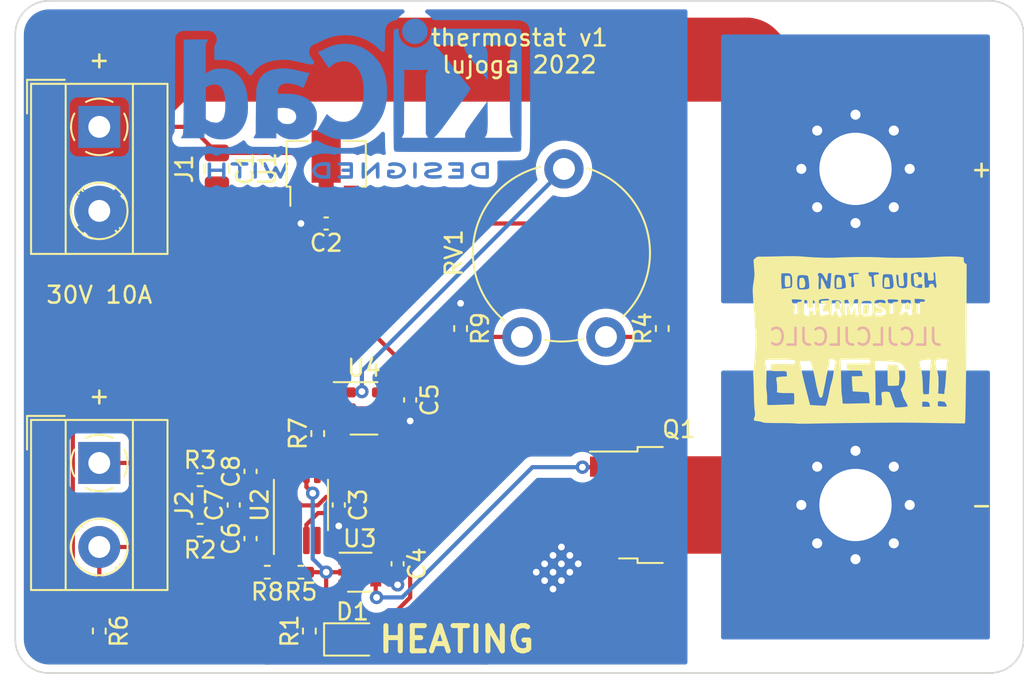
<source format=kicad_pcb>
(kicad_pcb (version 20211014) (generator pcbnew)

  (general
    (thickness 1.6)
  )

  (paper "A4")
  (layers
    (0 "F.Cu" signal)
    (31 "B.Cu" signal)
    (32 "B.Adhes" user "B.Adhesive")
    (33 "F.Adhes" user "F.Adhesive")
    (34 "B.Paste" user)
    (35 "F.Paste" user)
    (36 "B.SilkS" user "B.Silkscreen")
    (37 "F.SilkS" user "F.Silkscreen")
    (38 "B.Mask" user)
    (39 "F.Mask" user)
    (40 "Dwgs.User" user "User.Drawings")
    (41 "Cmts.User" user "User.Comments")
    (42 "Eco1.User" user "User.Eco1")
    (43 "Eco2.User" user "User.Eco2")
    (44 "Edge.Cuts" user)
    (45 "Margin" user)
    (46 "B.CrtYd" user "B.Courtyard")
    (47 "F.CrtYd" user "F.Courtyard")
    (48 "B.Fab" user)
    (49 "F.Fab" user)
    (50 "User.1" user)
    (51 "User.2" user)
    (52 "User.3" user)
    (53 "User.4" user)
    (54 "User.5" user)
    (55 "User.6" user)
    (56 "User.7" user)
    (57 "User.8" user)
    (58 "User.9" user)
  )

  (setup
    (stackup
      (layer "F.SilkS" (type "Top Silk Screen"))
      (layer "F.Paste" (type "Top Solder Paste"))
      (layer "F.Mask" (type "Top Solder Mask") (thickness 0.01))
      (layer "F.Cu" (type "copper") (thickness 0.035))
      (layer "dielectric 1" (type "core") (thickness 1.51) (material "FR4") (epsilon_r 4.5) (loss_tangent 0.02))
      (layer "B.Cu" (type "copper") (thickness 0.035))
      (layer "B.Mask" (type "Bottom Solder Mask") (thickness 0.01))
      (layer "B.Paste" (type "Bottom Solder Paste"))
      (layer "B.SilkS" (type "Bottom Silk Screen"))
      (copper_finish "HAL lead-free")
      (dielectric_constraints no)
    )
    (pad_to_mask_clearance 0)
    (pcbplotparams
      (layerselection 0x00010fc_ffffffff)
      (disableapertmacros false)
      (usegerberextensions true)
      (usegerberattributes false)
      (usegerberadvancedattributes false)
      (creategerberjobfile false)
      (svguseinch false)
      (svgprecision 6)
      (excludeedgelayer true)
      (plotframeref false)
      (viasonmask false)
      (mode 1)
      (useauxorigin false)
      (hpglpennumber 1)
      (hpglpenspeed 20)
      (hpglpendiameter 15.000000)
      (dxfpolygonmode true)
      (dxfimperialunits true)
      (dxfusepcbnewfont true)
      (psnegative false)
      (psa4output false)
      (plotreference true)
      (plotvalue false)
      (plotinvisibletext false)
      (sketchpadsonfab false)
      (subtractmaskfromsilk true)
      (outputformat 1)
      (mirror false)
      (drillshape 0)
      (scaleselection 1)
      (outputdirectory "gerber/")
    )
  )

  (net 0 "")
  (net 1 "VDC")
  (net 2 "GND")
  (net 3 "+5V")
  (net 4 "Net-(C6-Pad2)")
  (net 5 "Net-(C7-Pad2)")
  (net 6 "Net-(D1-Pad1)")
  (net 7 "/POWER")
  (net 8 "/-IN")
  (net 9 "/+IN")
  (net 10 "/HEAT")
  (net 11 "Net-(R1-Pad2)")
  (net 12 "Net-(R4-Pad1)")
  (net 13 "Net-(R5-Pad2)")
  (net 14 "Net-(R7-Pad1)")
  (net 15 "/SETPOINT")
  (net 16 "Net-(R9-Pad2)")
  (net 17 "Net-(RV1-Pad2)")
  (net 18 "unconnected-(U2-Pad4)")

  (footprint "Capacitor_SMD:C_0402_1005Metric" (layer "F.Cu") (at 148.5 88.25 180))

  (footprint "Package_SO:MSOP-8_3x3mm_P0.65mm" (layer "F.Cu") (at 147 105 90))

  (footprint "Capacitor_SMD:C_0402_1005Metric" (layer "F.Cu") (at 144 103 90))

  (footprint "MountingHole:MountingHole_4.3mm_M4_Pad_Via" (layer "F.Cu") (at 180 105))

  (footprint "Package_TO_SOT_SMD:TO-252-2" (layer "F.Cu") (at 169.5 105))

  (footprint "Package_TO_SOT_SMD:SOT-23-5" (layer "F.Cu") (at 150.75 99.25))

  (footprint "Resistor_SMD:R_0402_1005Metric" (layer "F.Cu") (at 168.5 94.5 90))

  (footprint "Resistor_SMD:R_0402_1005Metric" (layer "F.Cu") (at 141 103.5 180))

  (footprint "Capacitor_SMD:C_0402_1005Metric" (layer "F.Cu") (at 152.75 108.5 -90))

  (footprint "Capacitor_SMD:C_0402_1005Metric" (layer "F.Cu") (at 144 107 90))

  (footprint "Resistor_SMD:R_0402_1005Metric" (layer "F.Cu") (at 145 109 180))

  (footprint "Capacitor_SMD:C_0402_1005Metric" (layer "F.Cu") (at 149.25 105 -90))

  (footprint "Resistor_SMD:R_0402_1005Metric" (layer "F.Cu") (at 148 100.75 90))

  (footprint "Resistor_SMD:R_0402_1005Metric" (layer "F.Cu") (at 135 112.5 -90))

  (footprint "LED_SMD:LED_0805_2012Metric" (layer "F.Cu") (at 150.0625 113))

  (footprint "Resistor_SMD:R_0402_1005Metric" (layer "F.Cu") (at 156.5 94.5 -90))

  (footprint "Capacitor_SMD:C_0402_1005Metric" (layer "F.Cu") (at 143 105 90))

  (footprint "TerminalBlock_MetzConnect:TerminalBlock_MetzConnect_Type055_RT01502HDWU_1x02_P5.00mm_Horizontal" (layer "F.Cu") (at 135 102.5 -90))

  (footprint "Package_TO_SOT_SMD:SOT-353_SC-70-5" (layer "F.Cu") (at 150.5 109))

  (footprint "Capacitor_SMD:C_0402_1005Metric" (layer "F.Cu") (at 153.5 98.75 -90))

  (footprint "Resistor_SMD:R_0402_1005Metric" (layer "F.Cu") (at 147 109 180))

  (footprint "Resistor_SMD:R_0402_1005Metric" (layer "F.Cu") (at 147.5 112.5 90))

  (footprint "Capacitor_SMD:C_0805_2012Metric" (layer "F.Cu") (at 142 85 -90))

  (footprint "thermostat:donottouch" (layer "F.Cu") (at 180 95))

  (footprint "TerminalBlock_MetzConnect:TerminalBlock_MetzConnect_Type055_RT01502HDWU_1x02_P5.00mm_Horizontal" (layer "F.Cu") (at 135 82.5 -90))

  (footprint "Package_TO_SOT_SMD:SOT-89-3" (layer "F.Cu") (at 148.5 85 90))

  (footprint "Potentiometer_THT:Potentiometer_Piher_PT-10-V10_Vertical" (layer "F.Cu") (at 165.15 95 90))

  (footprint "Resistor_SMD:R_0402_1005Metric" (layer "F.Cu") (at 141 106.5))

  (footprint "MountingHole:MountingHole_4.3mm_M4_Pad_Via" (layer "F.Cu") (at 180 85))

  (footprint "Symbol:KiCad-Logo2_8mm_Copper" (layer "B.Cu")
    (tedit 61DC07A8) (tstamp fa538de1-212f-43b5-93df-bc79199845a5)
    (at 150 80 180)
    (descr "KiCad Logo")
    (tags "Logo KiCad")
    (attr exclude_from_pos_files exclude_from_bom)
    (fp_text reference "REF**" (at 0 6.35) (layer "B.SilkS") hide
      (effects (font (size 1 1) (thickness 0.15)) (justify mirror))
      (tstamp 2e5b707c-deaf-484f-b779-af01891501da)
    )
    (fp_text value "KiCad-Logo2_8mm_Copper" (at 0 -7.62) (layer "B.Fab") hide
      (effects (font (size 1 1) (thickness 0.15)) (justify mirror))
      (tstamp a59f4c32-cf28-4404-abcf-424909ba1316)
    )
    (fp_poly (pts
        (xy -1.555874 -4.612244)
        (xy -1.524499 -4.630649)
        (xy -1.483476 -4.660749)
        (xy -1.430678 -4.70396)
        (xy -1.363979 -4.761702)
        (xy -1.281253 -4.835392)
        (xy -1.180374 -4.926448)
        (xy -1.064895 -5.031138)
        (xy -0.824421 -5.249207)
        (xy -0.816906 -4.956508)
        (xy -0.814193 -4.855754)
        (xy -0.811576 -4.780722)
        (xy -0.808474 -4.727084)
        (xy -0.80431 -4.69051)
        (xy -0.798505 -4.666671)
        (xy -0.790478 -4.651238)
        (xy -0.779651 -4.639882)
        (xy -0.77391 -4.63511)
        (xy -0.727937 -4.609877)
        (xy -0.684191 -4.613566)
        (xy -0.649489 -4.635123)
        (xy -0.614007 -4.663835)
        (xy -0.609594 -5.08315)
        (xy -0.608373 -5.206471)
        (xy -0.607751 -5.303348)
        (xy -0.607944 -5.377394)
        (xy -0.609168 -5.432221)
        (xy -0.611638 -5.471443)
        (xy -0.615568 -5.498673)
        (xy -0.621174 -5.517523)
        (xy -0.628672 -5.531605)
        (xy -0.636987 -5.542899)
        (xy -0.654976 -5.563846)
        (xy -0.672875 -5.577731)
        (xy -0.693166 -5.58306)
        (xy -0.718332 -5.57834)
        (xy -0.750854 -5.562077)
        (xy -0.793217 -5.532777)
        (xy -0.847902 -5.488946)
        (xy -0.917391 -5.429091)
        (xy -1.004169 -5.351718)
        (xy -1.102469 -5.262814)
        (xy -1.455664 -4.942435)
        (xy -1.463179 -5.234177)
        (xy -1.465897 -5.334747)
        (xy -1.468521 -5.409604)
        (xy -1.471633 -5.463084)
        (xy -1.475816 -5.499526)
        (xy -1.481651 -5.523268)
        (xy -1.48972 -5.538646)
        (xy -1.500605 -5.55)
        (xy -1.506175 -5.554626)
        (xy -1.55541 -5.580042)
        (xy -1.601931 -5.576209)
        (xy -1.642443 -5.543733)
        (xy -1.65171 -5.530667)
        (xy -1.658933 -5.515409)
        (xy -1.664366 -5.494296)
        (xy -1.668262 -5.463669)
        (xy -1.670875 -5.419866)
        (xy -1.672461 -5.359227)
        (xy -1.673272 -5.278091)
        (xy -1.673562 -5.172797)
        (xy -1.673593 -5.094872)
        (xy -1.673495 -4.972988)
        (xy -1.673033 -4.877503)
        (xy -1.671951 -4.804755)
        (xy -1.669997 -4.751083)
        (xy -1.666916 -4.712827)
        (xy -1.662454 -4.686327)
        (xy -1.656357 -4.66792)
        (xy -1.648371 -4.653948)
        (xy -1.642443 -4.646011)
        (xy -1.627416 -4.627212)
        (xy -1.613372 -4.613017)
        (xy -1.598184 -4.604846)
        (xy -1.579727 -4.604116)
        (xy -1.555874 -4.612244)
      ) (layer "B.Cu") (width 0.01) (fill solid) (tstamp 00d3e789-9e1c-4936-abff-8006f03231a7))
    (fp_poly (pts
        (xy -7.870089 3.33834)
        (xy -7.52054 3.338293)
        (xy -7.35783 3.338286)
        (xy -4.753429 3.338285)
        (xy -4.753429 3.184762)
        (xy -4.737043 2.997937)
        (xy -4.687588 2.825633)
        (xy -4.60462 2.666825)
        (xy -4.487695 2.52049)
        (xy -4.448136 2.480968)
        (xy -4.30583 2.368862)
        (xy -4.148922 2.287101)
        (xy -3.982072 2.235647)
        (xy -3.809939 2.214463)
        (xy -3.637185 2.223513)
        (xy -3.46847 2.262758)
        (xy -3.308454 2.332162)
        (xy -3.161798 2.431689)
        (xy -3.095932 2.491735)
        (xy -2.973192 2.638957)
        (xy -2.883188 2.800853)
        (xy -2.826706 2.975573)
        (xy -2.804529 3.161265)
        (xy -2.804234 3.179533)
        (xy -2.803072 3.33828)
        (xy -2.7333 3.338283)
        (xy -2.671405 3.329882)
        (xy -2.614865 3.309444)
        (xy -2.611128 3.307333)
        (xy -2.598358 3.300707)
        (xy -2.586632 3.295546)
        (xy -2.575906 3.290349)
        (xy -2.566139 3.28361)
        (xy -2.557288 3.273829)
        (xy -2.549311 3.2595)
        (xy -2.542165 3.239122)
        (xy -2.535808 3.211192)
        (xy -2.530198 3.174205)
        (xy -2.525293 3.12666)
        (xy -2.521049 3.067053)
        (xy -2.517424 2.993881)
        (xy -2.514377 2.905641)
        (xy -2.511864 2.80083)
        (xy -2.509844 2.677945)
        (xy -2.508274 2.535483)
        (xy -2.507112 2.37194)
        (xy -2.506314 2.185814)
        (xy -2.50584 1.975602)
        (xy -2.505646 1.7398)
        (xy -2.50569 1.476906)
        (xy -2.50593 1.185416)
        (xy -2.506323 0.863828)
        (xy -2.506827 0.510638)
        (xy -2.5074 0.124343)
        (xy -2.507999 -0.29656)
        (xy -2.508068 -0.34784)
        (xy -2.508605 -0.771426)
        (xy -2.509061 -1.16023)
        (xy -2.509484 -1.515753)
        (xy -2.509921 -1.839498)
        (xy -2.510422 -2.132966)
        (xy -2.511035 -2.397661)
        (xy -2.511808 -2.635085)
        (xy -2.512789 -2.84674)
        (xy -2.514026 -3.034129)
        (xy -2.515568 -3.198754)
        (xy -2.517463 -3.342117)
        (xy -2.519759 -3.46572)
        (xy -2.522504 -3.571067)
        (xy -2.525747 -3.659659)
        (xy -2.529536 -3.733)
        (xy -2.533919 -3.79259)
        (xy -2.538945 -3.839933)
        (xy -2.544661 -3.876531)
        (xy -2.551116 -3.903886)
        (xy -2.558359 -3.923502)
        (xy -2.566437 -3.936879)
        (xy -2.575398 -3.945521)
        (xy -2.585292 -3.95093)
        (xy -2.596165 -3.954608)
        (xy -2.608067 -3.958058)
        (xy -2.621046 -3.962782)
        (xy -2.624217 -3.96422)
        (xy -2.634181 -3.967451)
        (xy -2.650859 -3.97042)
        (xy -2.675707 -3.973137)
        (xy -2.71018 -3.975613)
        (xy -2.755736 -3.977858)
        (xy -2.81383 -3.979883)
        (xy -2.885919 -3.981698)
        (xy -2.973458 -3.983315)
        (xy -3.077905 -3.984743)
        (xy -3.200715 -3.985993)
        (xy -3.343345 -3.987076)
        (xy -3.507251 -3.988002)
        (xy -3.69389 -3.988782)
        (xy -3.904716 -3.989426)
        (xy -4.141188 -3.989946)
        (xy -4.404761 -3.990351)
        (xy -4.69689 -3.990652)
        (xy -5.019034 -3.99086)
        (xy -5.372647 -3.990985)
        (xy -5.759186 -3.991038)
        (xy -6.180108 -3.991029)
        (xy -6.316456 -3.991016)
        (xy -6.746716 -3.990947)
        (xy -7.142164 -3.990834)
        (xy -7.504273 -3.990665)
        (xy -7.834517 -3.99043)
        (xy -8.134371 -3.990116)
        (xy -8.405308 -3.989713)
        (xy -8.6488 -3.989207)
        (xy -8.866323 -3.988589)
        (xy -9.05935 -3.987846)
        (xy -9.229354 -3.986968)
        (xy -9.37781 -3.985941)
        (xy -9.50619 -3.984756)
        (xy -9.615969 -3.9834)
        (xy -9.70862 -3.981862)
        (xy -9.785617 -3.98013)
        (xy -9.848434 -3.978194)
        (xy -9.898544 -3.97604)
        (xy -9.937421 -3.973659)
        (xy -9.966538 -3.971037)
        (xy -9.987371 -3.968165)
        (xy -10.001391 -3.96503)
        (xy -10.009034 -3.962159)
        (xy -10.022618 -3.95643)
        (xy -10.03509 -3.952206)
        (xy -10.046498 -3.947985)
        (xy -10.056889 -3.942268)
        (xy -10.066309 -3.933555)
        (xy -10.074808 -3.920345)
        (xy -10.08243 -3.901137)
        (xy -10.089225 -3.874433)
        (xy -10.095238 -3.83873)
        (xy -10.100517 -3.79253)
        (xy -10.10511 -3.734332)
        (xy -10.109064 -3.662635)
        (xy -10.112425 -3.57594)
        (xy -10.115241 -3.472746)
        (xy -10.11756 -3.351553)
        (xy -10.119428 -3.21086)
        (xy -10.119916 -3.156857)
        (xy -9.635704 -3.156857)
        (xy -7.924256 -3.156857)
        (xy -7.957187 -3.106964)
        (xy -7.989947 -3.055693)
        (xy -8.017689 -3.006869)
        (xy -8.040807 -2.957076)
        (xy -8.059697 -2.902898)
        (xy -8.074751 -2.840916)
        (xy -8.086367 -2.767715)
        (xy -8.094936 -2.679878)
        (xy -8.100856 -2.573988)
        (xy -8.104519 -2.446628)
        (xy -8.106321 -2.294381)
        (xy -8.106656 -2.113832)
        (xy -8.105919 -1.901562)
        (xy -8.105501 -1.822755)
        (xy -8.100786 -0.977911)
        (xy -7.565572 -1.706557)
        (xy -7.413946 -1.913265)
        (xy -7.282581 -2.09326)
        (xy -7.170057 -2.248925)
        (xy -7.074957 -2.382647)
        (xy -6.995862 -2.496809)
        (xy -6.931353 -2.593797)
        (xy -6.880012 -2.675994)
        (xy -6.84042 -2.745786)
        (xy -6.81116 -2.805558)
        (xy -6.790812 -2.857693)
        (xy -6.777958 -2.904576)
        (xy -6.771181 -2.948593)
        (xy -6.76906 -2.992127)
        (xy -6.770179 -3.037564)
        (xy -6.770464 -3.043275)
        (xy -6.776357 -3.156933)
        (xy -4.900771 -3.156857)
        (xy -5.040278 -3.016189)
        (xy -5.078135 -2.977715)
        (xy -5.114047 -2.940279)
        (xy -5.149593 -2.901814)
        (xy -5.186347 -2.860258)
        (xy -5.225886 -2.813545)
        (xy -5.269786 -2.75961)
        (xy -5.319623 -2.69639)
        (xy -5.376972 -2.621818)
        (xy -5.443411 -2.533832)
        (xy -5.520515 -2.430365)
        (xy -5.609861 -2.309354)
        (xy -5.713024 -2.168734)
        (xy -5.83158 -2.00644)
        (xy -5.967105 -1.820407)
        (xy -6.121177 -1.608571)
        (xy -6.247462 -1.434804)
        (xy -6.405954 -1.216501)
        (xy -6.544216 -1.025629)
        (xy -6.663499 -0.860374)
        (xy -6.765057 -0.718926)
        (xy -6.850141 -0.599471)
        (xy -6.920005 -0.500198)
        (xy -6.9759 -0.419295)
        (xy -7.01908 -0.354949)
        (xy -7.050797 -0.305347)
        (xy -7.072302 -0.268679)
        (xy -7.08485 -0.243132)
        (xy -7.089692 -0.226893)
        (xy -7.088237 -0.218355)
        (xy -7.070599 -0.195635)
        (xy -7.032466 -0.147543)
        (xy -6.976138 -0.076938)
        (xy -6.903916 0.013322)
        (xy -6.818101 0.120379)
        (xy -6.720994 0.241373)
        (xy -6.614896 0.373446)
        (xy -6.502109 0.51374)
        (xy -6.384932 0.659397)
        (xy -6.265667 0.807556)
        (xy -6.200067 0.889)
        (xy -4.571314 0.889)
        (xy -4.503621 0.766535)
        (xy -4.435929 0.644071)
        (xy -4.435929 -2.911929)
        (xy -4.503621 -3.034393)
        (xy -4.571314 -3.156857)
        (xy -3.770559 -3.156857)
        (xy -3.579398 -3.156802)
        (xy -3.421501 -3.156551)
        (xy -3.293848 -3.155979)
        (xy -3.193419 -3.154959)
        (xy -3.117193 -3.153365)
        (xy -3.062148 -3.15107)
        (xy -3.025264 -3.14795)
        (xy -3.003521 -3.143877)
        (xy -2.993898 -3.138725)
        (xy -2.993373 -3.132367)
        (xy -2.998926 -3.124679)
        (xy -2.998984 -3.124615)
        (xy -3.02186 -3.091524)
        (xy -3.052151 -3.037719)
        (xy -3.078903 -2.984008)
        (xy -3.129643 -2.875643)
        (xy -3.134818 -0.993322)
        (xy -3.139993 0.889)
        (xy -4.571314 0.889)
        (xy -6.200067 0.889)
        (xy -6.146615 0.955361)
        (xy -6.030077 1.099953)
        (xy -5.918354 1.238472)
        (xy -5.813746 1.368061)
        (xy -5.718556 1.48586)
        (xy -5.635083 1.589012)
        (xy -5.565629 1.674657)
        (xy -5.512494 1.739938)
        (xy -5.481285 1.778)
        (xy -5.360097 1.92033)
        (xy -5.243507 2.04877)
        (xy -5.135603 2.159114)
        (xy -5.04047 2.247159)
        (xy -4.972957 2.301138)
        (xy -4.893127 2.358571)
        (xy -6.729108 2.358571)
        (xy -6.728592 2.250835)
        (xy -6.733724 2.171628)
        (xy -6.753015 2.098195)
        (xy -6.782877 2.028585)
        (xy -6.802288 1.989259)
        (xy -6.823159 1.950293)
        (xy -6.847396 1.909099)
        (xy -6.876906 1.863092)
        (xy -6.913594 1.809683)
        (xy -6.959368 1.746286)
        (xy -7.016135 1.670315)
        (xy -7.0858 1.579183)
        (xy -7.17027 1.470302)
        (xy -7.271453 1.341086)
        (xy -7.391253 1.188948)
        (xy -7.531579 1.011302)
        (xy -7.547429 0.991258)
        (xy -8.100786 0.291492)
        (xy -8.106143 1.066496)
        (xy -8.107221 1.298632)
        (xy -8.106992 1.495154)
        (xy -8.105443 1.656708)
        (xy -8.102563 1.783944)
        (xy -8.098341 1.877508)
        (xy -8.092766 1.938048)
        (xy -8.090893 1.949532)
        (xy -8.061495 2.070501)
        (xy -8.022978 2.179554)
        (xy -7.979026 2.267237)
        (xy -7.952621 2.304426)
        (xy -7.90706 2.358571)
        (xy -8.77153 2.358571)
        (xy -8.977745 2.358395)
        (xy -9.150188 2.357821)
        (xy -9.291373 2.356783)
        (xy -9.403812 2.355213)
        (xy -9.490017 2.353046)
        (xy -9.552502 2.350212)
        (xy -9.593779 2.346647)
        (xy -9.61636 2.342282)
        (xy -9.622759 2.337051)
        (xy -9.622317 2.335893)
        (xy -9.603991 2.308231)
        (xy -9.573396 2.264385)
        (xy -9.557567 2.242209)
        (xy -9.541202 2.22008)
        (xy -9.526492 2.200291)
        (xy -9.513344 2.180894)
        (xy -9.501667 2.159942)
        (xy -9.491368 2.135488)
        (xy -9.482354 2.105584)
        (xy -9.474532 2.068283)
        (xy -9.467809 2.021637)
        (xy -9.462094 1.963699)
        (xy -9.457293 1.892521)
        (xy -9.453315 1.806156)
        (xy -9.450065 1.702656)
        (xy -9.447452 1.580075)
        (xy -9.445383 1.436463)
        (xy -9.443766 1.269875)
        (xy -9.442507 1.078363)
        (xy -9.441515 0.859978)
        (xy -9.440696 0.612774)
        (xy -9.439958 0.334804)
        (xy -9.439209 0.024119)
        (xy -9.438508 -0.2613)
        (xy -9.437847 -0.579492)
        (xy -9.437503 -0.883077)
        (xy -9.437468 -1.170115)
        (xy -9.437732 -1.438669)
        (xy -9.438285 -1.686798)
        (xy -9.43912 -1.912563)
        (xy -9.440227 -2.114026)
        (xy -9.441596 -2.289246)
        (xy -9.443219 -2.436286)
        (xy -9.445087 -2.553206)
        (xy -9.447189 -2.638067)
        (xy -9.449518 -2.688929)
        (xy -9.449959 -2.694304)
        (xy -9.466008 -2.817613)
        (xy -9.491064 -2.916644)
        (xy -9.529221 -3.00307)
        (xy -9.584572 -3.088565)
        (xy -9.591496 -3.097893)
        (xy -9.635704 -3.156857)
        (xy -10.119916 -3.156857)
        (xy -10.120892 -3.049168)
        (xy -10.122001 -2.864976)
        (xy -10.122801 -2.656784)
        (xy -10.123339 -2.423091)
        (xy -10.123662 -2.162398)
        (xy -10.123817 -1.873204)
        (xy -10.123854 -1.554009)
        (xy -10.123817 -1.203313)
        (xy -10.123755 -0.819614)
        (xy -10.123715 -0.401414)
        (xy -10.123714 -0.318393)
        (xy -10.123691 0.104211)
        (xy -10.123612 0.492019)
        (xy -10.123467 0.84652)
        (xy -10.123244 1.169203)
        (xy -10.122931 1.461558)
        (xy -10.122517 1.725073)
        (xy -10.121991 1.961238)
        (xy -10.12134 2.171542)
        (xy -10.120553 2.357474)
        (xy -10.119619 2.520525)
        (xy -10.118526 2.662182)
        (xy -10.117263 2.783936)
        (xy -10.115817 2.887275)
        (xy -10.114179 2.973689)
        (xy -10.112334 3.044667)
        (xy -10.110274 3.101699)
        (xy -10.107985 3.146273)
        (xy -10.105456 3.179879)
        (xy -10.102676 3.204007)
        (xy -10.099633 3.220144)
        (xy -10.096316 3.229782)
        (xy -10.096193 3.230022)
        (xy -10.08936 3.244745)
        (xy -10.08367 3.258074)
        (xy -10.077374 3.270078)
        (xy -10.068728 3.280827)
        (xy -10.055986 3.290389)
        (xy -10.0374 3.298833)
        (xy -10.011226 3.306229)
        (xy -9.975716 3.312646)
        (xy -9.929125 3.318152)
        (xy -9.869707 3.322817)
        (xy -9.795715 3.326709)
        (xy -9.705403 3.329898)
        (xy -9.597025 3.332453)
        (xy -9.468835 3.334442)
        (xy -9.319087 3.335935)
        (xy -9.146034 3.337002)
        (xy -8.947931 3.337709)
        (xy -8.723031 3.338128)
        (xy -8.469588 3.338327)
        (xy -8.185856 3.338374)
        (xy -7.870089 3.33834)
      ) (layer "B.Cu") (width 0.01) (fill solid) (tstamp 01cf4a0d-15d2-43d2-a540-2a1ca27ea34c))
    (fp_poly (pts
        (xy -7.974708 -4.606409)
        (xy -7.922143 -4.606944)
        (xy -7.768119 -4.61066)
        (xy -7.639125 -4.621699)
        (xy -7.530763 -4.641246)
        (xy -7.438638 -4.670483)
        (xy -7.358353 -4.710597)
        (xy -7.285512 -4.762769)
        (xy -7.259495 -4.785433)
        (xy -7.216337 -4.838462)
        (xy -7.177421 -4.910421)
        (xy -7.147427 -4.990184)
        (xy -7.131035 -5.066625)
        (xy -7.129332 -5.094872)
        (xy -7.140005 -5.173174)
        (xy -7.168607 -5.258705)
        (xy -7.210011 -5.339663)
        (xy -7.259095 -5.404246)
        (xy -7.267067 -5.412038)
        (xy -7.3346 -5.466808)
        (xy -7.408552 -5.509563)
        (xy -7.493188 -5.541423)
        (xy -7.592771 -5.563508)
        (xy -7.711566 -5.576938)
        (xy -7.853834 -5.582834)
        (xy -7.919 -5.583334)
        (xy -8.001855 -5.582935)
        (xy -8.060123 -5.581266)
        (xy -8.09927 -5.577622)
        (xy -8.124763 -5.571293)
        (xy -8.142068 -5.561574)
        (xy -8.151344 -5.553274)
        (xy -8.160106 -5.543192)
        (xy -8.166979 -5.530185)
        (xy -8.172192 -5.510769)
        (xy -8.175973 -5.48146)
        (xy -8.178551 -5.438773)
        (xy -8.180154 -5.379225)
        (xy -8.181011 -5.29933)
        (xy -8.181351 -5.195605)
        (xy -8.181403 -5.094872)
        (xy -8.181734 -4.960519)
        (xy -8.181662 -4.853192)
        (xy -8.180384 -4.801795)
        (xy -7.986019 -4.801795)
        (xy -7.986019 -5.387949)
        (xy -7.862025 -5.387835)
        (xy -7.787415 -5.385696)
        (xy -7.709272 -5.380183)
        (xy -7.644074 -5.372472)
        (xy -7.64209 -5.372155)
        (xy -7.536717 -5.346678)
        (xy -7.454986 -5.307)
        (xy -7.392816 -5.250538)
        (xy -7.353314 -5.189406)
        (xy -7.328974 -5.121593)
        (xy -7.330861 -5.057919)
        (xy -7.359109 -4.989665)
        (xy -7.414362 -4.919056)
        (xy -7.490927 -4.866735)
        (xy -7.590449 -4.831763)
        (xy -7.656961 -4.819386)
        (xy -7.732461 -4.810694)
        (xy -7.812479 -4.804404)
        (xy -7.880538 -4.801788)
        (xy -7.884569 -4.801776)
        (xy -7.986019 -4.801795)
        (xy -8.180384 -4.801795)
        (xy -8.17959 -4.769881)
        (xy -8.173915 -4.707579)
        (xy -8.163041 -4.663275)
        (xy -8.145368 -4.63396)
        (xy -8.119297 -4.616625)
        (xy -8.083229 -4.608261)
        (xy -8.035566 -4.605859)
        (xy -7.974708 -4.606409)
      ) (layer "B.Cu") (width 0.01) (fill solid) (tstamp 0dab2156-6afa-4897-aedd-222f16d1b2d3))
    (fp_poly (pts
        (xy 0.581378 2.430769)
        (xy 0.777019 2.409351)
        (xy 0.966562 2.371015)
        (xy 1.157717 2.313762)
        (xy 1.358196 2.235591)
        (xy 1.575708 2.134504)
        (xy 1.61488 2.114924)
        (xy 1.704772 2.070638)
        (xy 1.789553 2.030761)
        (xy 1.860855 1.999102)
        (xy 1.91031 1.979468)
        (xy 1.917908 1.976996)
        (xy 1.990714 1.955183)
        (xy 1.664803 1.481056)
        (xy 1.585123 1.365177)
        (xy 1.512272 1.259306)
        (xy 1.44873 1.167038)
        (xy 1.396972 1.091967)
        (xy 1.359477 1.037687)
        (xy 1.338723 1.007793)
        (xy 1.335351 1.003059)
        (xy 1.321655 1.012958)
        (xy 1.287943 1.042715)
        (xy 1.240244 1.086927)
        (xy 1.21392 1.111916)
        (xy 1.064772 1.230544)
        (xy 0.897268 1.320687)
        (xy 0.752928 1.370064)
        (xy 0.666283 1.385571)
        (xy 0.557796 1.395021)
        (xy 0.440227 1.398239)
        (xy 0.326334 1.395049)
        (xy 0.228879 1.385276)
        (xy 0.18999 1.377791)
        (xy 0.014712 1.317488)
        (xy -0.143235 1.22541)
        (xy -0.283732 1.101727)
        (xy -0.406665 0.946607)
        (xy -0.511915 0.760219)
        (xy -0.599365 0.54273)
        (xy -0.6689 0.294308)
        (xy -0.710225 0.081643)
        (xy -0.721006 -0.012241)
        (xy -0.728352 -0.133524)
        (xy -0.732333 -0.273493)
        (xy -0.733021 -0.423431)
        (xy -0.730486 -0.574622)
        (xy -0.7248 -0.718351)
        (xy -0.716033 -0.845903)
        (xy -0.704256 -0.948562)
        (xy -0.701707 -0.964401)
        (xy -0.645519 -1.219536)
        (xy -0.568964 -1.445342)
        (xy -0.471574 -1.642831)
        (xy -0.352886 -1.813014)
        (xy -0.268637 -1.905022)
        (xy -0.11723 -2.029943)
        (xy 0.048817 -2.12254)
        (xy 0.226701 -2.182309)
        (xy 0.413622 -2.208746)
        (xy 0.606778 -2.201348)
        (xy 0.803369 -2.159611)
        (xy 0.919597 -2.118771)
        (xy 1.080438 -2.03699)
        (xy 1.246213 -1.919678)
        (xy 1.339073 -1.840345)
        (xy 1.391214 -1.794429)
        (xy 1.43218 -1.760742)
        (xy 1.455498 -1.74451)
        (xy 1.458393 -1.744015)
        (xy 1.4688 -1.760601)
        (xy 1.495767 -1.804432)
        (xy 1.536996 -1.871748)
        (xy 1.590189 -1.958794)
        (xy 1.65305 -2.06181)
        (xy 1.723281 -2.177041)
        (xy 1.762372 -2.241231)
        (xy 2.060964 -2.731677)
        (xy 1.688161 -2.915915)
        (xy 1.553369 -2.982093)
        (xy 1.444175 -3.034278)
        (xy 1.353907 -3.07506)
        (xy 1.275888 -3.107033)
        (xy 1.203444 -3.132787)
        (xy 1.129901 -3.154914)
        (xy 1.048584 -3.176007)
        (xy 0.970643 -3.19453)
        (xy 0.901366 -3.208863)
        (xy 0.828917 -3.219694)
        (xy 0.746042 -3.227626)
        (xy 0.645488 -3.233258)
        (xy 0.520003 -3.237192)
        (xy 0.435428 -3.238891)
        (xy 0.314754 -3.24005)
        (xy 0.199042 -3.239465)
        (xy 0.095951 -3.237304)
        (xy 0.013138 -3.233732)
        (xy -0.04174 -3.228917)
        (xy -0.044992 -3.228437)
        (xy -0.329957 -3.166786)
        (xy -0.597558 -3.073285)
        (xy -0.847703 -2.947993)
        (xy -1.080296 -2.790974)
        (xy -1.295243 -2.602289)
        (xy -1.49245 -2.382)
        (xy -1.635273 -2.186214)
        (xy -1.78732 -1.929949)
        (xy -1.910227 -1.659317)
        (xy -2.00459 -1.372149)
        (xy -2.071001 -1.066276)
        (xy -2.110056 -0.739528)
        (xy -2.12236 -0.407739)
        (xy -2.112241 -0.086779)
        (xy -2.080439 0.209354)
        (xy -2.025946 0.485655)
        (xy -1.94775 0.747119)
        (xy -1.844841 0.998742)
        (xy -1.832553 1.02481)
        (xy -1.69718 1.268493)
        (xy -1.530911 1.500382)
        (xy -1.338459 1.715677)
        (xy -1.124534 1.909578)
        (xy -0.893845 2.077285)
        (xy -0.678891 2.200304)
        (xy -0.461742 2.296655)
        (xy -0.244132 2.366449)
        (xy -0.017638 2.411587)
        (xy 0.226166 2.433969)
        (xy 0.371928 2.437269)
        (xy 0.581378 2.430769)
      ) (layer "B.Cu") (width 0.01) (fill solid) (tstamp 13994aab-45e9-453f-82bf-a5052593c931))
    (fp_poly (pts
        (xy 6.782677 -4.606539)
        (xy 6.887465 -4.607043)
        (xy 6.968799 -4.608096)
        (xy 7.02998 -4.609876)
        (xy 7.074311 -4.612557)
        (xy 7.105094 -4.616314)
        (xy 7.125631 -4.621325)
        (xy 7.139225 -4.627763)
        (xy 7.145803 -4.632712)
        (xy 7.179944 -4.676029)
        (xy 7.184074 -4.721003)
        (xy 7.162976 -4.76186)
        (xy 7.149179 -4.778186)
        (xy 7.134332 -4.789318)
        (xy 7.112815 -4.79625)
        (xy 7.079008 -4.799977)
        (xy 7.027292 -4.801494)
        (xy 6.952047 -4.801794)
        (xy 6.937269 -4.801795)
        (xy 6.742975 -4.801795)
        (xy 6.742975 -5.162505)
        (xy 6.742847 -5.276201)
        (xy 6.742266 -5.363685)
        (xy 6.740936 -5.428802)
        (xy 6.73856 -5.475398)
        (xy 6.734844 -5.507319)
        (xy 6.729492 -5.528412)
        (xy 6.722207 -5.542523)
        (xy 6.712916 -5.553274)
        (xy 6.669071 -5.579696)
        (xy 6.6233 -5.577614)
        (xy 6.58179 -5.547469)
        (xy 6.578741 -5.543733)
        (xy 6.568812 -5.52961)
        (xy 6.561248 -5.513086)
        (xy 6.555729 -5.490146)
        (xy 6.551933 -5.456773)
        (xy 6.549542 -5.408955)
        (xy 6.548234 -5.342674)
        (xy 6.547691 -5.253918)
        (xy 6.547591 -5.152963)
        (xy 6.547591 -4.801795)
        (xy 6.36205 -4.801795)
        (xy 6.282427 -4.801256)
        (xy 6.227304 -4.799157)
        (xy 6.191132 -4.794771)
        (xy 6.168362 -4.787376)
        (xy 6.153447 -4.776245)
        (xy 6.151636 -4.77431)
        (xy 6.129858 -4.730057)
        (xy 6.131784 -4.680029)
        (xy 6.156821 -4.63647)
        (xy 6.166504 -4.62802)
        (xy 6.178988 -4.621321)
        (xy 6.197603 -4.616169)
        (xy 6.225677 -4.612361)
        (xy 6.266541 -4.609697)
        (xy 6.323522 -4.607972)
        (xy 6.399952 -4.606984)
        (xy 6.499157 -4.606532)
        (xy 6.624469 -4.606412)
        (xy 6.651133 -4.60641)
        (xy 6.782677 -4.606539)
      ) (layer "B.Cu") (width 0.01) (fill solid) (tstamp 3a3f8cbd-6b2c-45de-9fa0-6a7f9d0978b5))
    (fp_poly (pts
        (xy 5.751604 -4.615477)
        (xy 5.783174 -4.635142)
        (xy 5.818656 -4.663873)
        (xy 5.818656 -5.091966)
        (xy 5.818543 -5.21719)
        (xy 5.818059 -5.315847)
        (xy 5.816986 -5.39143)
        (xy 5.815108 -5.447433)
        (xy 5.812206 -5.487347)
        (xy 5.808063 -5.514666)
        (xy 5.802462 -5.532881)
        (xy 5.795185 -5.545486)
        (xy 5.790024 -5.551696)
        (xy 5.748168 -5.57898)
        (xy 5.700505 -5.577867)
        (xy 5.658753 -5.554602)
        (xy 5.623271 -5.525871)
        (xy 5.623271 -4.663873)
        (xy 5.658753 -4.635142)
        (xy 5.692998 -4.614242)
        (xy 5.720963 -4.60641)
        (xy 5.751604 -4.615477)
      ) (layer "B.Cu") (width 0.01) (fill solid) (tstamp 3f1866f0-db8b-4cf9-9579-7e3c45fbbd07))
    (fp_poly (pts
        (xy -3.717617 -4.63647)
        (xy -3.708855 -4.646552)
        (xy -3.701982 -4.659559)
        (xy -3.696769 -4.678975)
        (xy -3.692988 -4.708284)
        (xy -3.69041 -4.750971)
        (xy -3.688807 -4.810519)
        (xy -3.687949 -4.890414)
        (xy -3.68761 -4.99414)
        (xy -3.687557 -5.094872)
        (xy -3.68765 -5.219816)
        (xy -3.688081 -5.318185)
        (xy -3.689077 -5.393465)
        (xy -3.690869 -5.449138)
        (xy -3.693683 -5.48869)
        (xy -3.69775 -5.515605)
        (xy -3.703296 -5.533367)
        (xy -3.710551 -5.545461)
        (xy -3.717617 -5.553274)
        (xy -3.761556 -5.579476)
        (xy -3.808374 -5.577125)
        (xy -3.850263 -5.548548)
        (xy -3.859888 -5.537391)
        (xy -3.867409 -5.524447)
        (xy -3.873088 -5.506136)
        (xy -3.877181 -5.478882)
        (xy -3.879949 -5.439104)
        (xy -3.88165 -5.383226)
        (xy -3.882543 -5.307668)
        (xy -3.882887 -5.208852)
        (xy -3.882942 -5.096978)
        (xy -3.882942 -4.680192)
        (xy -3.846051 -4.643301)
        (xy -3.800579 -4.612264)
        (xy -3.75647 -4.611145)
        (xy -3.717617 -4.63647)
      ) (layer "B.Cu") (width 0.01) (fill solid) (tstamp 66b7f8ce-e41d-41e8-b56d-b9a51a0b495d))
    (fp_poly (pts
        (xy 4.185632 0.97227)
        (xy 4.275523 0.965465)
        (xy 4.532715 0.931247)
        (xy 4.760485 0.876669)
        (xy 4.959943 0.80098)
        (xy 5.132197 0.70343)
        (xy 5.278359 0.583268)
        (xy 5.399536 0.439742)
        (xy 5.496839 0.272102)
        (xy 5.567891 0.090714)
        (xy 5.585927 0.032854)
        (xy 5.601632 -0.021329)
        (xy 5.615192 -0.074752)
        (xy 5.626792 -0.130333)
        (xy 5.636617 -0.190988)
        (xy 5.644853 -0.259635)
        (xy 5.651684 -0.33919)
        (xy 5.657295 -0.432572)
        (xy 5.661872 -0.542696)
        (xy 5.6656 -0.672481)
        (xy 5.668665 -0.824842)
        (xy 5.67125 -1.002698)
        (xy 5.673542 -1.208965)
        (xy 5.675725 -1.446561)
        (xy 5.677286 -1.632857)
        (xy 5.687785 -2.911929)
        (xy 5.755821 -3.035018)
        (xy 5.788038 -3.094317)
        (xy 5.812012 -3.140377)
        (xy 5.82345 -3.164893)
        (xy 5.823857 -3.166553)
        (xy 5.806375 -3.168454)
        (xy 5.756574 -3.170205)
        (xy 5.678421 -3.171758)
        (xy 5.575882 -3.173062)
        (xy 5.452922 -3.17407)
        (xy 5.31351 -3.174731)
        (xy 5.161611 -3.174997)
        (xy 5.1435 -3.175)
        (xy 4.463143 -3.175)
        (xy 4.463143 -3.020786)
        (xy 4.461982 -2.951094)
        (xy 4.458887 -2.897794)
        (xy 4.454432 -2.869217)
        (xy 4.452463 -2.866572)
        (xy 4.434455 -2.877653)
        (xy 4.397393 -2.906736)
        (xy 4.349222 -2.947579)
        (xy 4.348141 -2.948524)
        (xy 4.260235 -3.013971)
        (xy 4.149217 -3.079688)
        (xy 4.027631 -3.139219)
        (xy 3.908021 -3.186109)
        (xy 3.855357 -3.202133)
        (xy 3.750551 -3.222485)
        (xy 3.62195 -3.235472)
        (xy 3.481325 -3.240909)
        (xy 3.340448 -3.238611)
        (xy 3.211093 -3.228392)
        (xy 3.120571 -3.213689)
        (xy 2.89858 -3.148499)
        (xy 2.698729 -3.055594)
        (xy 2.522319 -2.936126)
        (xy 2.37065 -2.791247)
        (xy 2.245024 -2.62211)
        (xy 2.146741 -2.429867)
        (xy 2.104341 -2.313214)
        (xy 2.077768 -2.199833)
        (xy 2.060158 -2.063722)
        (xy 2.05201 -1.917437)
        (xy 2.052278 -1.896151)
        (xy 3.279321 -1.896151)
        (xy 3.289496 -2.00485)
        (xy 3.323378 -2.095185)
        (xy 3.386 -2.178995)
        (xy 3.410052 -2.203571)
        (xy 3.495551 -2.270011)
        (xy 3.594373 -2.312574)
        (xy 3.712768 -2.333177)
        (xy 3.837445 -2.334694)
        (xy 3.955698 -2.324677)
        (xy 4.046239 -2.305085)
        (xy 4.08556 -2.29037)
        (xy 4.156432 -2.250265)
        (xy 4.231525 -2.193863)
        (xy 4.300038 -2.130561)
        (xy 4.351172 -2.069755)
        (xy 4.36475 -2.047449)
        (xy 4.375305 -2.016212)
        (xy 4.38281 -1.966507)
        (xy 4.387613 -1.893587)
        (xy 4.390065 -1.792703)
        (xy 4.390571 -1.696689)
        (xy 4.390228 -1.58475)
        (xy 4.388843 -1.503809)
        (xy 4.385881 -1.448585)
        (xy 4.380808 -1.413794)
        (xy 4.37309 -1.394154)
        (xy 4.362192 -1.38438)
        (xy 4.358821 -1.382824)
        (xy 4.329529 -1.378029)
        (xy 4.271756 -1.374108)
        (xy 4.193304 -1.371414)
        (xy 4.101974 -1.370299)
        (xy 4.082143 -1.370298)
        (xy 3.960063 -1.372246)
        (xy 3.865749 -1.378041)
        (xy 3.790807 -1.388475)
        (xy 3.728903 -1.403714)
        (xy 3.575349 -1.461784)
        (xy 3.454932 -1.533179)
        (xy 3.36661 -1.619039)
        (xy 3.309339 -1.720507)
        (xy 3.282078 -1.838725)
        (xy 3.279321 -1.896151)
        (xy 2.052278 -1.896151)
        (xy 2.053823 -1.773533)
        (xy 2.066096 -1.644565)
        (xy 2.07567 -1.59246)
        (xy 2.136801 -1.398997)
        (xy 2.229757 -1.220993)
        (xy 2.352783 -1.060155)
        (xy 2.504124 -0.91819)
        (xy 2.682025 -0.796806)
        (xy 2.884732 -0.697709)
        (xy 3.057071 -0.637533)
        (xy 3.172253 -0.605919)
        (xy 3.282423 -0.581354)
        (xy 3.394719 -0.563039)
        (xy 3.516275 -0.550178)
        (xy 3.654229 -0.541972)
        (xy 3.815715 -0.537624)
        (xy 3.961715 -0.5364)
        (xy 4.394645 -0.535215)
        (xy 4.386351 -0.40508)
        (xy 4.362801 -0.263883)
        (xy 4.312703 -0.142518)
        (xy 4.238191 -0.044017)
        (xy 4.141399 0.028591)
        (xy 4.056171 0.064021)
        (xy 3.934056 0.08635)
        (xy 3.788683 0.089557)
        (xy 3.626867 0.074823)
        (xy 3.455422 0.04333)
        (xy 3.281163 -0.00374)
        (xy 3.110904 -0.065203)
        (xy 2.987176 -0.121417)
        (xy 2.927647 -0.150283)
        (xy 2.882242 -0.170443)
        (xy 2.85915 -0.17831)
        (xy 2.857897 -0.178058)
        (xy 2.849929 -0.160437)
        (xy 2.830031 -0.113733)
        (xy 2.800077 -0.042418)
        (xy 2.761939 0.049031)
        (xy 2.717488 0.156141)
        (xy 2.672305 0.265451)
        (xy 2.491667 0.70326)
        (xy 2.620155 0.724364)
        (xy 2.675846 0.734953)
        (xy 2.759564 0.752737)
        (xy 2.864139 0.776102)
        (xy 2.982399 0.803435)
        (xy 3.107172 0.833119)
        (xy 3.156857 0.845182)
        (xy 3.371807 0.895038)
        (xy 3.559995 0.932416)
        (xy 3.728446 0.958073)
        (xy 3.884186 0.972765)
        (xy 4.03424 0.977245)
        (xy 4.185632 0.97227)
      ) (layer "B.Cu") (width 0.01) (fill solid) (tstamp 80229c4a-5958-45bf-97b6-fffb1ae0e26a))
    (fp_poly (pts
        (xy 1.530783 -4.606687)
        (xy 1.702501 -4.612493)
        (xy 1.848555 -4.630101)
        (xy 1.971353 -4.660563)
        (xy 2.073303 -4.704935)
        (xy 2.156814 -4.764271)
        (xy 2.224293 -4.839624)
        (xy 2.278149 -4.93205)
        (xy 2.279208 -4.934304)
        (xy 2.311349 -5.017024)
        (xy 2.322801 -5.090284)
        (xy 2.31352 -5.164012)
        (xy 2.283461 -5.248135)
        (xy 2.277761 -5.260937)
        (xy 2.238885 -5.335862)
        (xy 2.195195 -5.393757)
        (xy 2.138806 -5.442972)
        (xy 2.061838 -5.491857)
        (xy 2.057366 -5.494409)
        (xy 1.990363 -5.526595)
        (xy 1.914631 -5.550632)
        (xy 1.825304 -5.567351)
        (xy 1.717515 -5.577579)
        (xy 1.586398 -5.582146)
        (xy 1.540072 -5.582543)
        (xy 1.319476 -5.583334)
        (xy 1.288326 -5.543733)
        (xy 1.279086 -5.530711)
        (xy 1.271878 -5.515504)
        (xy 1.26645 -5.494466)
        (xy 1.262551 -5.46395)
        (xy 1.259929 -5.420311)
        (xy 1.259074 -5.387949)
        (xy 1.467591 -5.387949)
        (xy 1.592582 -5.387949)
        (xy 1.665723 -5.38581)
        (xy 1.740807 -5.380181)
        (xy 1.80243 -5.372243)
        (xy 1.806149 -5.371575)
        (xy 1.915599 -5.342212)
        (xy 2.000494 -5.298097)
        (xy 2.063518 -5.237183)
        (xy 2.10736 -5.157424)
        (xy 2.114983 -5.136284)
        (xy 2.122456 -5.103362)
        (xy 2.119221 -5.070836)
        (xy 2.103479 -5.027564)
        (xy 2.09399 -5.006307)
        (xy 2.062917 -4.94982)
        (xy 2.025479 -4.910191)
        (xy 1.984287 -4.882594)
        (xy 1.901776 -4.846682)
        (xy 1.796179 -4.820668)
        (xy 1.673164 -4.805688)
        (xy 1.58407 -4.802392)
        (xy 1.467591 -4.801795)
        (xy 1.467591 -5.387949)
        (xy 1.259074 -5.387949)
        (xy 1.258332 -5.3599)
        (xy 1.25751 -5.279072)
        (xy 1.25721 -5.174181)
        (xy 1.257176 -5.092162)
        (xy 1.257176 -4.680192)
        (xy 1.294067 -4.643301)
        (xy 1.31044 -4.628348)
        (xy 1.328143 -4.618108)
        (xy 1.352865 -4.611701)
        (xy 1.390294 -4.608247)
        (xy 1.446119 -4.606867)
        (xy 1.526028 -4.606681)
        (xy 1.530783 -4.606687)
      ) (layer "B.Cu") (width 0.01) (fill solid) (tstamp 9827be93-5864-4879-84e7-ac60751f8130))
    (fp_poly (pts
        (xy 8.467859 -4.613688)
        (xy 8.509635 -4.643301)
        (xy 8.546525 -4.680192)
        (xy 8.546525 -5.092162)
        (xy 8.546429 -5.214486)
        (xy 8.545972 -5.310398)
        (xy 8.544903 -5.383544)
        (xy 8.542971 -5.43757)
        (xy 8.539923 -5.476123)
        (xy 8.535509 -5.502848)
        (xy 8.529476 -5.521394)
        (xy 8.521574 -5.535405)
        (xy 8.515375 -5.543733)
        (xy 8.474461 -5.576449)
        (xy 8.427482 -5.58)
        (xy 8.384544 -5.559937)
        (xy 8.370356 -5.548092)
        (xy 8.360872 -5.532358)
        (xy 8.355151 -5.507022)
        (xy 8.352253 -5.46637)
        (xy 8.351238 -5.404688)
        (xy 8.351141 -5.357038)
        (xy 8.351141 -5.177535)
        (xy 7.689839 -5.177535)
        (xy 7.689839 -5.340833)
        (xy 7.689155 -5.415505)
        (xy 7.686419 -5.466824)
        (xy 7.680604 -5.501477)
        (xy 7.670684 -5.526155)
        (xy 7.658689 -5.543733)
        (xy 7.617546 -5.576357)
        (xy 7.571017 -5.58022)
        (xy 7.526473 -5.557032)
        (xy 7.514312 -5.544876)
        (xy 7.505723 -5.528761)
        (xy 7.500058 -5.50366)
        (xy 7.496669 -5.464544)
        (xy 7.494908 -5.406386)
        (xy 7.494128 -5.324158)
        (xy 7.494036 -5.305286)
        (xy 7.493392 -5.150357)
        (xy 7.49306 -5.022674)
        (xy 7.493168 -4.919427)
        (xy 7.493845 -4.837803)
        (xy 7.495218 -4.774992)
        (xy 7.497416 -4.728181)
        (xy 7.500566 -4.694559)
        (xy 7.504798 -4.671315)
        (xy 7.510238 -4.655636)
        (xy 7.517015 -4.644711)
        (xy 7.524514 -4.63647)
        (xy 7.566933 -4.610107)
        (xy 7.611172 -4.613688)
        (xy 7.652948 -4.643301)
        (xy 7.669853 -4.662407)
        (xy 7.680629 -4.683511)
        (xy 7.686641 -4.713568)
        (xy 7.689256 -4.759533)
        (xy 7.689839 -4.82836)
        (xy 7.689839 -4.98215)
        (xy 8.351141 -4.98215)
        (xy 8.351141 -4.824339)
        (xy 8.351816 -4.751636)
        (xy 8.354526 -4.702545)
        (xy 8.360301 -4.670636)
        (xy 8.370169 -4.649478)
        (xy 8.3812 -4.63647)
        (xy 8.423619 -4.610107)
        (xy 8.467859 -4.613688)
      ) (layer "B.Cu") (width 0.01) (fill solid) (tstamp a5233f4a-6ab8-4b1b-ba6a-3b6d31b86413))
    (fp_poly (pts
        (xy -4.739942 -4.608121)
        (xy -4.640337 -4.615084)
        (xy -4.547698 -4.625959)
        (xy -4.467412 -4.640338)
        (xy -4.404862 -4.65781)
        (xy -4.365435 -4.677966)
        (xy -4.359383 -4.683899)
        (xy -4.338338 -4.729939)
        (xy -4.34472 -4.777204)
        (xy -4.377361 -4.817642)
        (xy -4.378918 -4.818801)
        (xy -4.398117 -4.831261)
        (xy -4.418159 -4.837813)
        (xy -4.446114 -4.838608)
        (xy -4.489053 -4.8338)
        (xy -4.554045 -4.823539)
        (xy -4.559273 -4.822675)
        (xy -4.656115 -4.810778)
        (xy -4.760598 -4.804909)
        (xy -4.865389 -4.804852)
        (xy -4.963156 -4.810391)
        (xy -5.046566 -4.821309)
        (xy -5.108287 -4.837389)
        (xy -5.112342 -4.839005)
        (xy -5.157118 -4.864093)
        (xy -5.17285 -4.889482)
        (xy -5.160534 -4.914451)
        (xy -5.121169 -4.93828)
        (xy -5.055752 -4.960246)
        (xy -4.96528 -4.97963)
        (xy -4.904954 -4.988962)
        (xy -4.779554 -5.006913)
        (xy -4.679819 -5.023323)
        (xy -4.6015 -5.039612)
        (xy -4.540347 -5.057202)
        (xy -4.492113 -5.077513)
        (xy -4.452549 -5.101967)
        (xy -4.417406 -5.131984)
        (xy -4.389165 -5.16146)
        (xy -4.355662 -5.202531)
        (xy -4.339173 -5.237846)
        (xy -4.334017 -5.281357)
        (xy -4.33383 -5.297292)
        (xy -4.337702 -5.350169)
        (xy -4.353181 -5.389507)
        (xy -4.379969 -5.424424)
        (xy -4.434413 -5.477798)
        (xy -4.495124 -5.518502)
        (xy -4.566612 -5.547864)
        (xy -4.65339 -5.567211)
        (xy -4.759968 -5.57787)
        (xy -4.890857 -5.581169)
        (xy -4.912469 -5.581113)
        (xy -4.999752 -5.579304)
        (xy -5.086313 -5.575193)
        (xy -5.162716 -5.56937)
        (xy -5.219524 -5.562425)
        (xy -5.224118 -5.561628)
        (xy -5.280599
... [348824 chars truncated]
</source>
